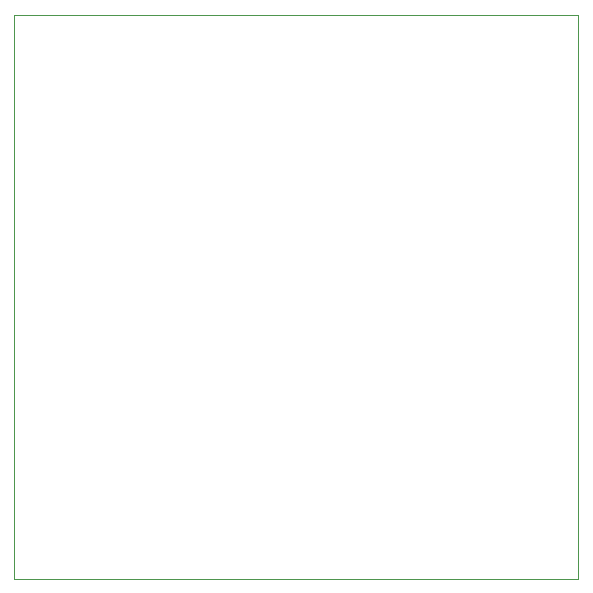
<source format=gbr>
G04 #@! TF.GenerationSoftware,KiCad,Pcbnew,5.1.5-1.fc30*
G04 #@! TF.CreationDate,2020-01-16T12:22:22+03:00*
G04 #@! TF.ProjectId,Tamagotchi-Atmega8,54616d61-676f-4746-9368-692d41746d65,rev?*
G04 #@! TF.SameCoordinates,Original*
G04 #@! TF.FileFunction,Profile,NP*
%FSLAX46Y46*%
G04 Gerber Fmt 4.6, Leading zero omitted, Abs format (unit mm)*
G04 Created by KiCad (PCBNEW 5.1.5-1.fc30) date 2020-01-16 12:22:22*
%MOMM*%
%LPD*%
G04 APERTURE LIST*
%ADD10C,0.050000*%
G04 APERTURE END LIST*
D10*
X154686000Y-111506000D02*
X106934000Y-111506000D01*
X154686000Y-63754000D02*
X154686000Y-111506000D01*
X106934000Y-63754000D02*
X154686000Y-63754000D01*
X106934000Y-111506000D02*
X106934000Y-63754000D01*
M02*

</source>
